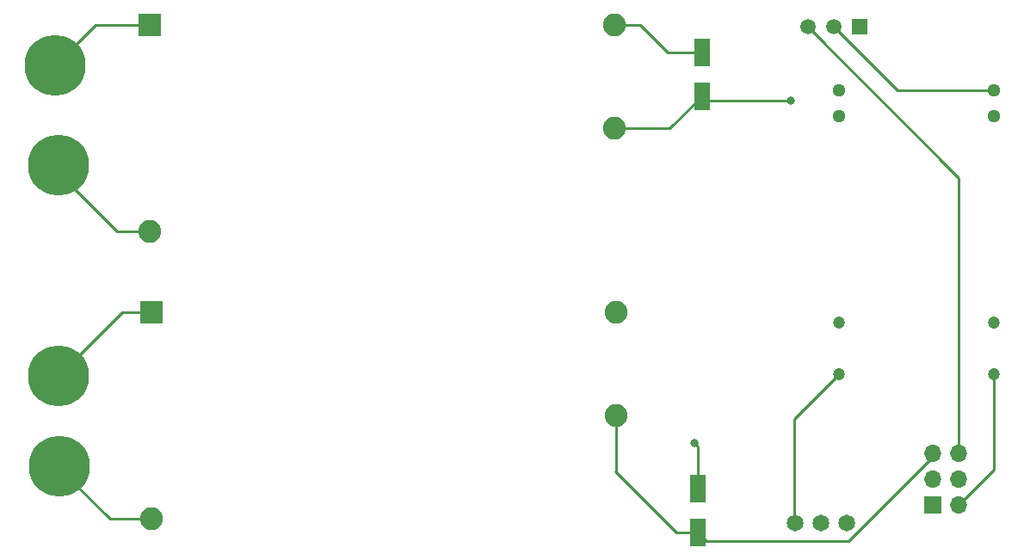
<source format=gbr>
%TF.GenerationSoftware,KiCad,Pcbnew,(6.0.7)*%
%TF.CreationDate,2023-04-08T09:09:21+05:30*%
%TF.ProjectId,aux_PS,6175785f-5053-42e6-9b69-6361645f7063,rev?*%
%TF.SameCoordinates,Original*%
%TF.FileFunction,Copper,L1,Top*%
%TF.FilePolarity,Positive*%
%FSLAX46Y46*%
G04 Gerber Fmt 4.6, Leading zero omitted, Abs format (unit mm)*
G04 Created by KiCad (PCBNEW (6.0.7)) date 2023-04-08 09:09:21*
%MOMM*%
%LPD*%
G01*
G04 APERTURE LIST*
%TA.AperFunction,SMDPad,CuDef*%
%ADD10R,1.600000X2.800000*%
%TD*%
%TA.AperFunction,ComponentPad*%
%ADD11C,1.650000*%
%TD*%
%TA.AperFunction,ComponentPad*%
%ADD12R,2.250000X2.250000*%
%TD*%
%TA.AperFunction,ComponentPad*%
%ADD13C,2.250000*%
%TD*%
%TA.AperFunction,ComponentPad*%
%ADD14R,1.500000X1.500000*%
%TD*%
%TA.AperFunction,ComponentPad*%
%ADD15C,1.500000*%
%TD*%
%TA.AperFunction,ComponentPad*%
%ADD16C,1.286000*%
%TD*%
%TA.AperFunction,ComponentPad*%
%ADD17C,1.200000*%
%TD*%
%TA.AperFunction,ComponentPad*%
%ADD18R,1.700000X1.700000*%
%TD*%
%TA.AperFunction,ComponentPad*%
%ADD19O,1.700000X1.700000*%
%TD*%
%TA.AperFunction,ViaPad*%
%ADD20C,6.000000*%
%TD*%
%TA.AperFunction,ViaPad*%
%ADD21C,0.800000*%
%TD*%
%TA.AperFunction,Conductor*%
%ADD22C,0.250000*%
%TD*%
G04 APERTURE END LIST*
D10*
%TO.P,C2,1*%
%TO.N,Net-(AC_DC1-Pad4)*%
X120000000Y-94980000D03*
%TO.P,C2,2*%
%TO.N,24_gnd*%
X120000000Y-99280000D03*
%TD*%
%TO.P,C1,1*%
%TO.N,Net-(D2-Pad1)*%
X120380000Y-52020000D03*
%TO.P,C1,2*%
%TO.N,24_gnd*%
X120380000Y-56320000D03*
%TD*%
D11*
%TO.P,J1,1,+VIN*%
%TO.N,ctrl_15*%
X129510000Y-98380000D03*
%TO.P,J1,2,GND*%
%TO.N,ctrl_gnd*%
X132050000Y-98380000D03*
%TO.P,J1,3,+VOUT*%
%TO.N,ctrl_3v3*%
X134590000Y-98380000D03*
%TD*%
D12*
%TO.P,AC_DC1,1,AC_N*%
%TO.N,Batt_inn*%
X66230000Y-77570000D03*
D13*
%TO.P,AC_DC1,2,AC_L*%
%TO.N,Batt_inp*%
X66230000Y-97890000D03*
%TO.P,AC_DC1,3,-Vo*%
%TO.N,24_gnd*%
X111950000Y-87730000D03*
%TO.P,AC_DC1,4,+Vo*%
%TO.N,Net-(AC_DC1-Pad4)*%
X111950000Y-77570000D03*
%TD*%
D14*
%TO.P,PS1,1,VIN*%
%TO.N,/V_24*%
X135870000Y-49540000D03*
D15*
%TO.P,PS1,2,GND*%
%TO.N,24_gnd*%
X133330000Y-49540000D03*
%TO.P,PS1,3,VOUT*%
%TO.N,V12*%
X130790000Y-49540000D03*
%TD*%
D12*
%TO.P,AC_DC2,1,AC_N*%
%TO.N,AC_N*%
X66070000Y-49330000D03*
D13*
%TO.P,AC_DC2,2,AC_L*%
%TO.N,AC_L*%
X66070000Y-69650000D03*
%TO.P,AC_DC2,3,-Vo*%
%TO.N,24_gnd*%
X111790000Y-59490000D03*
%TO.P,AC_DC2,4,+Vo*%
%TO.N,Net-(D2-Pad1)*%
X111790000Y-49330000D03*
%TD*%
D16*
%TO.P,DC_DC1,23,Vin*%
%TO.N,/V_24*%
X133835000Y-55800000D03*
%TO.P,DC_DC1,22,Vin*%
X133835000Y-58340000D03*
D17*
%TO.P,DC_DC1,16,common*%
%TO.N,ctrl_gnd*%
X133835000Y-78660000D03*
%TO.P,DC_DC1,14,+Vout*%
%TO.N,ctrl_15*%
X133835000Y-83740000D03*
%TO.P,DC_DC1,11,-Vout*%
%TO.N,ctrl_-15*%
X149075000Y-83740000D03*
%TO.P,DC_DC1,9,common*%
%TO.N,ctrl_gnd*%
X149075000Y-78660000D03*
D16*
%TO.P,DC_DC1,3,-Vin*%
%TO.N,24_gnd*%
X149075000Y-58340000D03*
%TO.P,DC_DC1,2,-Vin*%
X149075000Y-55800000D03*
%TD*%
D18*
%TO.P,J2,1,Pin_1*%
%TO.N,ctrl_15*%
X143100000Y-96575000D03*
D19*
%TO.P,J2,2,Pin_2*%
%TO.N,ctrl_-15*%
X145640000Y-96575000D03*
%TO.P,J2,3,Pin_3*%
%TO.N,ctrl_3v3*%
X143100000Y-94035000D03*
%TO.P,J2,4,Pin_4*%
%TO.N,ctrl_gnd*%
X145640000Y-94035000D03*
%TO.P,J2,5,Pin_5*%
%TO.N,24_gnd*%
X143100000Y-91495000D03*
%TO.P,J2,6,Pin_6*%
%TO.N,V12*%
X145640000Y-91495000D03*
%TD*%
D20*
%TO.N,Batt_inn*%
X57100000Y-83850000D03*
%TO.N,Batt_inp*%
X57190000Y-92750000D03*
%TO.N,AC_L*%
X57050000Y-63100000D03*
%TO.N,AC_N*%
X56720000Y-53300000D03*
D21*
%TO.N,24_gnd*%
X129100000Y-56750000D03*
%TO.N,Net-(AC_DC1-Pad4)*%
X119675000Y-90520000D03*
%TD*%
D22*
%TO.N,Batt_inp*%
X62170000Y-97960000D02*
X62240000Y-97890000D01*
X62240000Y-97890000D02*
X66230000Y-97890000D01*
X57190000Y-92980000D02*
X62170000Y-97960000D01*
X57190000Y-92750000D02*
X57190000Y-92980000D01*
%TO.N,Batt_inn*%
X63380000Y-77570000D02*
X66230000Y-77570000D01*
X57100000Y-83850000D02*
X63380000Y-77570000D01*
%TO.N,AC_L*%
X57050000Y-63870000D02*
X62830000Y-69650000D01*
X62830000Y-69650000D02*
X66070000Y-69650000D01*
X57050000Y-63100000D02*
X57050000Y-63870000D01*
%TO.N,AC_N*%
X60690000Y-49330000D02*
X66070000Y-49330000D01*
X56720000Y-53300000D02*
X60690000Y-49330000D01*
%TO.N,24_gnd*%
X139590000Y-55800000D02*
X149075000Y-55800000D01*
X133330000Y-49540000D02*
X139590000Y-55800000D01*
X111950000Y-93170000D02*
X111950000Y-87730000D01*
X111860000Y-93260000D02*
X111950000Y-93170000D01*
X117880000Y-99280000D02*
X111860000Y-93260000D01*
X120000000Y-99280000D02*
X117880000Y-99280000D01*
%TO.N,ctrl_-15*%
X149075000Y-93140000D02*
X149075000Y-83740000D01*
X145640000Y-96575000D02*
X149075000Y-93140000D01*
%TO.N,V12*%
X145640000Y-64390000D02*
X130790000Y-49540000D01*
X145640000Y-91495000D02*
X145640000Y-64390000D01*
%TO.N,24_gnd*%
X119950000Y-56750000D02*
X129100000Y-56750000D01*
X117210000Y-59490000D02*
X119950000Y-56750000D01*
X117210000Y-59490000D02*
X120380000Y-56320000D01*
X111790000Y-59490000D02*
X117210000Y-59490000D01*
%TO.N,Net-(AC_DC1-Pad4)*%
X120000000Y-94980000D02*
X120000000Y-90845000D01*
X120000000Y-90845000D02*
X119675000Y-90520000D01*
%TO.N,24_gnd*%
X143100000Y-91800000D02*
X143100000Y-91495000D01*
X134792135Y-100107865D02*
X143100000Y-91800000D01*
X120000000Y-99280000D02*
X120827865Y-100107865D01*
X120827865Y-100107865D02*
X134792135Y-100107865D01*
%TO.N,ctrl_15*%
X129470000Y-98340000D02*
X129510000Y-98380000D01*
X129470000Y-88105000D02*
X129470000Y-98340000D01*
X133835000Y-83740000D02*
X129470000Y-88105000D01*
%TO.N,Net-(D2-Pad1)*%
X114290000Y-49330000D02*
X111790000Y-49330000D01*
X116980000Y-52020000D02*
X114290000Y-49330000D01*
X120380000Y-52020000D02*
X116980000Y-52020000D01*
%TD*%
M02*

</source>
